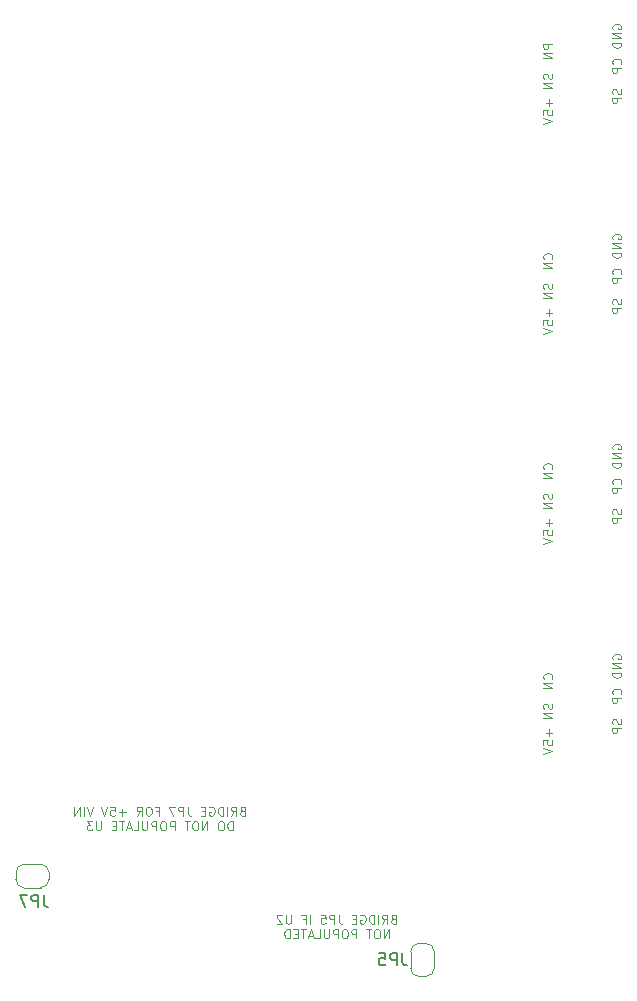
<source format=gbr>
G04 #@! TF.GenerationSoftware,KiCad,Pcbnew,5.0.2-bee76a0~70~ubuntu18.04.1*
G04 #@! TF.CreationDate,2019-06-21T08:31:23-07:00*
G04 #@! TF.ProjectId,aa-daughterboard-lvds,61612d64-6175-4676-9874-6572626f6172,rev?*
G04 #@! TF.SameCoordinates,Original*
G04 #@! TF.FileFunction,Legend,Bot*
G04 #@! TF.FilePolarity,Positive*
%FSLAX46Y46*%
G04 Gerber Fmt 4.6, Leading zero omitted, Abs format (unit mm)*
G04 Created by KiCad (PCBNEW 5.0.2-bee76a0~70~ubuntu18.04.1) date Fri 21 Jun 2019 08:31:23 AM PDT*
%MOMM*%
%LPD*%
G01*
G04 APERTURE LIST*
%ADD10C,0.101600*%
%ADD11C,0.120000*%
%ADD12C,0.150000*%
G04 APERTURE END LIST*
D10*
X210366428Y-66711285D02*
X210402714Y-66820142D01*
X210402714Y-67001571D01*
X210366428Y-67074142D01*
X210330142Y-67110428D01*
X210257571Y-67146714D01*
X210185000Y-67146714D01*
X210112428Y-67110428D01*
X210076142Y-67074142D01*
X210039857Y-67001571D01*
X210003571Y-66856428D01*
X209967285Y-66783857D01*
X209931000Y-66747571D01*
X209858428Y-66711285D01*
X209785857Y-66711285D01*
X209713285Y-66747571D01*
X209677000Y-66783857D01*
X209640714Y-66856428D01*
X209640714Y-67037857D01*
X209677000Y-67146714D01*
X210402714Y-67473285D02*
X209640714Y-67473285D01*
X209640714Y-67763571D01*
X209677000Y-67836142D01*
X209713285Y-67872428D01*
X209785857Y-67908714D01*
X209894714Y-67908714D01*
X209967285Y-67872428D01*
X210003571Y-67836142D01*
X210039857Y-67763571D01*
X210039857Y-67473285D01*
X204560714Y-62901285D02*
X203798714Y-62901285D01*
X203798714Y-63191571D01*
X203835000Y-63264142D01*
X203871285Y-63300428D01*
X203943857Y-63336714D01*
X204052714Y-63336714D01*
X204125285Y-63300428D01*
X204161571Y-63264142D01*
X204197857Y-63191571D01*
X204197857Y-62901285D01*
X204560714Y-63663285D02*
X203798714Y-63663285D01*
X204560714Y-64098714D01*
X203798714Y-64098714D01*
X204270428Y-67600285D02*
X204270428Y-68180857D01*
X204560714Y-67890571D02*
X203980142Y-67890571D01*
X203798714Y-68906571D02*
X203798714Y-68543714D01*
X204161571Y-68507428D01*
X204125285Y-68543714D01*
X204089000Y-68616285D01*
X204089000Y-68797714D01*
X204125285Y-68870285D01*
X204161571Y-68906571D01*
X204234142Y-68942857D01*
X204415571Y-68942857D01*
X204488142Y-68906571D01*
X204524428Y-68870285D01*
X204560714Y-68797714D01*
X204560714Y-68616285D01*
X204524428Y-68543714D01*
X204488142Y-68507428D01*
X203798714Y-69160571D02*
X204560714Y-69414571D01*
X203798714Y-69668571D01*
X204524428Y-65423142D02*
X204560714Y-65532000D01*
X204560714Y-65713428D01*
X204524428Y-65786000D01*
X204488142Y-65822285D01*
X204415571Y-65858571D01*
X204343000Y-65858571D01*
X204270428Y-65822285D01*
X204234142Y-65786000D01*
X204197857Y-65713428D01*
X204161571Y-65568285D01*
X204125285Y-65495714D01*
X204089000Y-65459428D01*
X204016428Y-65423142D01*
X203943857Y-65423142D01*
X203871285Y-65459428D01*
X203835000Y-65495714D01*
X203798714Y-65568285D01*
X203798714Y-65749714D01*
X203835000Y-65858571D01*
X204560714Y-66185142D02*
X203798714Y-66185142D01*
X204560714Y-66620571D01*
X203798714Y-66620571D01*
X210330142Y-64624857D02*
X210366428Y-64588571D01*
X210402714Y-64479714D01*
X210402714Y-64407142D01*
X210366428Y-64298285D01*
X210293857Y-64225714D01*
X210221285Y-64189428D01*
X210076142Y-64153142D01*
X209967285Y-64153142D01*
X209822142Y-64189428D01*
X209749571Y-64225714D01*
X209677000Y-64298285D01*
X209640714Y-64407142D01*
X209640714Y-64479714D01*
X209677000Y-64588571D01*
X209713285Y-64624857D01*
X210402714Y-64951428D02*
X209640714Y-64951428D01*
X209640714Y-65241714D01*
X209677000Y-65314285D01*
X209713285Y-65350571D01*
X209785857Y-65386857D01*
X209894714Y-65386857D01*
X209967285Y-65350571D01*
X210003571Y-65314285D01*
X210039857Y-65241714D01*
X210039857Y-64951428D01*
X209677000Y-61649428D02*
X209640714Y-61576857D01*
X209640714Y-61468000D01*
X209677000Y-61359142D01*
X209749571Y-61286571D01*
X209822142Y-61250285D01*
X209967285Y-61214000D01*
X210076142Y-61214000D01*
X210221285Y-61250285D01*
X210293857Y-61286571D01*
X210366428Y-61359142D01*
X210402714Y-61468000D01*
X210402714Y-61540571D01*
X210366428Y-61649428D01*
X210330142Y-61685714D01*
X210076142Y-61685714D01*
X210076142Y-61540571D01*
X210402714Y-62012285D02*
X209640714Y-62012285D01*
X210402714Y-62447714D01*
X209640714Y-62447714D01*
X210402714Y-62810571D02*
X209640714Y-62810571D01*
X209640714Y-62992000D01*
X209677000Y-63100857D01*
X209749571Y-63173428D01*
X209822142Y-63209714D01*
X209967285Y-63246000D01*
X210076142Y-63246000D01*
X210221285Y-63209714D01*
X210293857Y-63173428D01*
X210366428Y-63100857D01*
X210402714Y-62992000D01*
X210402714Y-62810571D01*
X210330142Y-82404857D02*
X210366428Y-82368571D01*
X210402714Y-82259714D01*
X210402714Y-82187142D01*
X210366428Y-82078285D01*
X210293857Y-82005714D01*
X210221285Y-81969428D01*
X210076142Y-81933142D01*
X209967285Y-81933142D01*
X209822142Y-81969428D01*
X209749571Y-82005714D01*
X209677000Y-82078285D01*
X209640714Y-82187142D01*
X209640714Y-82259714D01*
X209677000Y-82368571D01*
X209713285Y-82404857D01*
X210402714Y-82731428D02*
X209640714Y-82731428D01*
X209640714Y-83021714D01*
X209677000Y-83094285D01*
X209713285Y-83130571D01*
X209785857Y-83166857D01*
X209894714Y-83166857D01*
X209967285Y-83130571D01*
X210003571Y-83094285D01*
X210039857Y-83021714D01*
X210039857Y-82731428D01*
X210366428Y-84491285D02*
X210402714Y-84600142D01*
X210402714Y-84781571D01*
X210366428Y-84854142D01*
X210330142Y-84890428D01*
X210257571Y-84926714D01*
X210185000Y-84926714D01*
X210112428Y-84890428D01*
X210076142Y-84854142D01*
X210039857Y-84781571D01*
X210003571Y-84636428D01*
X209967285Y-84563857D01*
X209931000Y-84527571D01*
X209858428Y-84491285D01*
X209785857Y-84491285D01*
X209713285Y-84527571D01*
X209677000Y-84563857D01*
X209640714Y-84636428D01*
X209640714Y-84817857D01*
X209677000Y-84926714D01*
X210402714Y-85253285D02*
X209640714Y-85253285D01*
X209640714Y-85543571D01*
X209677000Y-85616142D01*
X209713285Y-85652428D01*
X209785857Y-85688714D01*
X209894714Y-85688714D01*
X209967285Y-85652428D01*
X210003571Y-85616142D01*
X210039857Y-85543571D01*
X210039857Y-85253285D01*
X204488142Y-81116714D02*
X204524428Y-81080428D01*
X204560714Y-80971571D01*
X204560714Y-80899000D01*
X204524428Y-80790142D01*
X204451857Y-80717571D01*
X204379285Y-80681285D01*
X204234142Y-80645000D01*
X204125285Y-80645000D01*
X203980142Y-80681285D01*
X203907571Y-80717571D01*
X203835000Y-80790142D01*
X203798714Y-80899000D01*
X203798714Y-80971571D01*
X203835000Y-81080428D01*
X203871285Y-81116714D01*
X204560714Y-81443285D02*
X203798714Y-81443285D01*
X204560714Y-81878714D01*
X203798714Y-81878714D01*
X209677000Y-79429428D02*
X209640714Y-79356857D01*
X209640714Y-79248000D01*
X209677000Y-79139142D01*
X209749571Y-79066571D01*
X209822142Y-79030285D01*
X209967285Y-78994000D01*
X210076142Y-78994000D01*
X210221285Y-79030285D01*
X210293857Y-79066571D01*
X210366428Y-79139142D01*
X210402714Y-79248000D01*
X210402714Y-79320571D01*
X210366428Y-79429428D01*
X210330142Y-79465714D01*
X210076142Y-79465714D01*
X210076142Y-79320571D01*
X210402714Y-79792285D02*
X209640714Y-79792285D01*
X210402714Y-80227714D01*
X209640714Y-80227714D01*
X210402714Y-80590571D02*
X209640714Y-80590571D01*
X209640714Y-80772000D01*
X209677000Y-80880857D01*
X209749571Y-80953428D01*
X209822142Y-80989714D01*
X209967285Y-81026000D01*
X210076142Y-81026000D01*
X210221285Y-80989714D01*
X210293857Y-80953428D01*
X210366428Y-80880857D01*
X210402714Y-80772000D01*
X210402714Y-80590571D01*
X204270428Y-85380285D02*
X204270428Y-85960857D01*
X204560714Y-85670571D02*
X203980142Y-85670571D01*
X203798714Y-86686571D02*
X203798714Y-86323714D01*
X204161571Y-86287428D01*
X204125285Y-86323714D01*
X204089000Y-86396285D01*
X204089000Y-86577714D01*
X204125285Y-86650285D01*
X204161571Y-86686571D01*
X204234142Y-86722857D01*
X204415571Y-86722857D01*
X204488142Y-86686571D01*
X204524428Y-86650285D01*
X204560714Y-86577714D01*
X204560714Y-86396285D01*
X204524428Y-86323714D01*
X204488142Y-86287428D01*
X203798714Y-86940571D02*
X204560714Y-87194571D01*
X203798714Y-87448571D01*
X204524428Y-83203142D02*
X204560714Y-83312000D01*
X204560714Y-83493428D01*
X204524428Y-83566000D01*
X204488142Y-83602285D01*
X204415571Y-83638571D01*
X204343000Y-83638571D01*
X204270428Y-83602285D01*
X204234142Y-83566000D01*
X204197857Y-83493428D01*
X204161571Y-83348285D01*
X204125285Y-83275714D01*
X204089000Y-83239428D01*
X204016428Y-83203142D01*
X203943857Y-83203142D01*
X203871285Y-83239428D01*
X203835000Y-83275714D01*
X203798714Y-83348285D01*
X203798714Y-83529714D01*
X203835000Y-83638571D01*
X204560714Y-83965142D02*
X203798714Y-83965142D01*
X204560714Y-84400571D01*
X203798714Y-84400571D01*
X204524428Y-100983142D02*
X204560714Y-101092000D01*
X204560714Y-101273428D01*
X204524428Y-101346000D01*
X204488142Y-101382285D01*
X204415571Y-101418571D01*
X204343000Y-101418571D01*
X204270428Y-101382285D01*
X204234142Y-101346000D01*
X204197857Y-101273428D01*
X204161571Y-101128285D01*
X204125285Y-101055714D01*
X204089000Y-101019428D01*
X204016428Y-100983142D01*
X203943857Y-100983142D01*
X203871285Y-101019428D01*
X203835000Y-101055714D01*
X203798714Y-101128285D01*
X203798714Y-101309714D01*
X203835000Y-101418571D01*
X204560714Y-101745142D02*
X203798714Y-101745142D01*
X204560714Y-102180571D01*
X203798714Y-102180571D01*
X210366428Y-102271285D02*
X210402714Y-102380142D01*
X210402714Y-102561571D01*
X210366428Y-102634142D01*
X210330142Y-102670428D01*
X210257571Y-102706714D01*
X210185000Y-102706714D01*
X210112428Y-102670428D01*
X210076142Y-102634142D01*
X210039857Y-102561571D01*
X210003571Y-102416428D01*
X209967285Y-102343857D01*
X209931000Y-102307571D01*
X209858428Y-102271285D01*
X209785857Y-102271285D01*
X209713285Y-102307571D01*
X209677000Y-102343857D01*
X209640714Y-102416428D01*
X209640714Y-102597857D01*
X209677000Y-102706714D01*
X210402714Y-103033285D02*
X209640714Y-103033285D01*
X209640714Y-103323571D01*
X209677000Y-103396142D01*
X209713285Y-103432428D01*
X209785857Y-103468714D01*
X209894714Y-103468714D01*
X209967285Y-103432428D01*
X210003571Y-103396142D01*
X210039857Y-103323571D01*
X210039857Y-103033285D01*
X210330142Y-100184857D02*
X210366428Y-100148571D01*
X210402714Y-100039714D01*
X210402714Y-99967142D01*
X210366428Y-99858285D01*
X210293857Y-99785714D01*
X210221285Y-99749428D01*
X210076142Y-99713142D01*
X209967285Y-99713142D01*
X209822142Y-99749428D01*
X209749571Y-99785714D01*
X209677000Y-99858285D01*
X209640714Y-99967142D01*
X209640714Y-100039714D01*
X209677000Y-100148571D01*
X209713285Y-100184857D01*
X210402714Y-100511428D02*
X209640714Y-100511428D01*
X209640714Y-100801714D01*
X209677000Y-100874285D01*
X209713285Y-100910571D01*
X209785857Y-100946857D01*
X209894714Y-100946857D01*
X209967285Y-100910571D01*
X210003571Y-100874285D01*
X210039857Y-100801714D01*
X210039857Y-100511428D01*
X209677000Y-97209428D02*
X209640714Y-97136857D01*
X209640714Y-97028000D01*
X209677000Y-96919142D01*
X209749571Y-96846571D01*
X209822142Y-96810285D01*
X209967285Y-96774000D01*
X210076142Y-96774000D01*
X210221285Y-96810285D01*
X210293857Y-96846571D01*
X210366428Y-96919142D01*
X210402714Y-97028000D01*
X210402714Y-97100571D01*
X210366428Y-97209428D01*
X210330142Y-97245714D01*
X210076142Y-97245714D01*
X210076142Y-97100571D01*
X210402714Y-97572285D02*
X209640714Y-97572285D01*
X210402714Y-98007714D01*
X209640714Y-98007714D01*
X210402714Y-98370571D02*
X209640714Y-98370571D01*
X209640714Y-98552000D01*
X209677000Y-98660857D01*
X209749571Y-98733428D01*
X209822142Y-98769714D01*
X209967285Y-98806000D01*
X210076142Y-98806000D01*
X210221285Y-98769714D01*
X210293857Y-98733428D01*
X210366428Y-98660857D01*
X210402714Y-98552000D01*
X210402714Y-98370571D01*
X204270428Y-103160285D02*
X204270428Y-103740857D01*
X204560714Y-103450571D02*
X203980142Y-103450571D01*
X203798714Y-104466571D02*
X203798714Y-104103714D01*
X204161571Y-104067428D01*
X204125285Y-104103714D01*
X204089000Y-104176285D01*
X204089000Y-104357714D01*
X204125285Y-104430285D01*
X204161571Y-104466571D01*
X204234142Y-104502857D01*
X204415571Y-104502857D01*
X204488142Y-104466571D01*
X204524428Y-104430285D01*
X204560714Y-104357714D01*
X204560714Y-104176285D01*
X204524428Y-104103714D01*
X204488142Y-104067428D01*
X203798714Y-104720571D02*
X204560714Y-104974571D01*
X203798714Y-105228571D01*
X204488142Y-98896714D02*
X204524428Y-98860428D01*
X204560714Y-98751571D01*
X204560714Y-98679000D01*
X204524428Y-98570142D01*
X204451857Y-98497571D01*
X204379285Y-98461285D01*
X204234142Y-98425000D01*
X204125285Y-98425000D01*
X203980142Y-98461285D01*
X203907571Y-98497571D01*
X203835000Y-98570142D01*
X203798714Y-98679000D01*
X203798714Y-98751571D01*
X203835000Y-98860428D01*
X203871285Y-98896714D01*
X204560714Y-99223285D02*
X203798714Y-99223285D01*
X204560714Y-99658714D01*
X203798714Y-99658714D01*
X204488142Y-116676714D02*
X204524428Y-116640428D01*
X204560714Y-116531571D01*
X204560714Y-116459000D01*
X204524428Y-116350142D01*
X204451857Y-116277571D01*
X204379285Y-116241285D01*
X204234142Y-116205000D01*
X204125285Y-116205000D01*
X203980142Y-116241285D01*
X203907571Y-116277571D01*
X203835000Y-116350142D01*
X203798714Y-116459000D01*
X203798714Y-116531571D01*
X203835000Y-116640428D01*
X203871285Y-116676714D01*
X204560714Y-117003285D02*
X203798714Y-117003285D01*
X204560714Y-117438714D01*
X203798714Y-117438714D01*
X204524428Y-118763142D02*
X204560714Y-118872000D01*
X204560714Y-119053428D01*
X204524428Y-119126000D01*
X204488142Y-119162285D01*
X204415571Y-119198571D01*
X204343000Y-119198571D01*
X204270428Y-119162285D01*
X204234142Y-119126000D01*
X204197857Y-119053428D01*
X204161571Y-118908285D01*
X204125285Y-118835714D01*
X204089000Y-118799428D01*
X204016428Y-118763142D01*
X203943857Y-118763142D01*
X203871285Y-118799428D01*
X203835000Y-118835714D01*
X203798714Y-118908285D01*
X203798714Y-119089714D01*
X203835000Y-119198571D01*
X204560714Y-119525142D02*
X203798714Y-119525142D01*
X204560714Y-119960571D01*
X203798714Y-119960571D01*
X204270428Y-120940285D02*
X204270428Y-121520857D01*
X204560714Y-121230571D02*
X203980142Y-121230571D01*
X203798714Y-122246571D02*
X203798714Y-121883714D01*
X204161571Y-121847428D01*
X204125285Y-121883714D01*
X204089000Y-121956285D01*
X204089000Y-122137714D01*
X204125285Y-122210285D01*
X204161571Y-122246571D01*
X204234142Y-122282857D01*
X204415571Y-122282857D01*
X204488142Y-122246571D01*
X204524428Y-122210285D01*
X204560714Y-122137714D01*
X204560714Y-121956285D01*
X204524428Y-121883714D01*
X204488142Y-121847428D01*
X203798714Y-122500571D02*
X204560714Y-122754571D01*
X203798714Y-123008571D01*
X209677000Y-114989428D02*
X209640714Y-114916857D01*
X209640714Y-114808000D01*
X209677000Y-114699142D01*
X209749571Y-114626571D01*
X209822142Y-114590285D01*
X209967285Y-114554000D01*
X210076142Y-114554000D01*
X210221285Y-114590285D01*
X210293857Y-114626571D01*
X210366428Y-114699142D01*
X210402714Y-114808000D01*
X210402714Y-114880571D01*
X210366428Y-114989428D01*
X210330142Y-115025714D01*
X210076142Y-115025714D01*
X210076142Y-114880571D01*
X210402714Y-115352285D02*
X209640714Y-115352285D01*
X210402714Y-115787714D01*
X209640714Y-115787714D01*
X210402714Y-116150571D02*
X209640714Y-116150571D01*
X209640714Y-116332000D01*
X209677000Y-116440857D01*
X209749571Y-116513428D01*
X209822142Y-116549714D01*
X209967285Y-116586000D01*
X210076142Y-116586000D01*
X210221285Y-116549714D01*
X210293857Y-116513428D01*
X210366428Y-116440857D01*
X210402714Y-116332000D01*
X210402714Y-116150571D01*
X210330142Y-117964857D02*
X210366428Y-117928571D01*
X210402714Y-117819714D01*
X210402714Y-117747142D01*
X210366428Y-117638285D01*
X210293857Y-117565714D01*
X210221285Y-117529428D01*
X210076142Y-117493142D01*
X209967285Y-117493142D01*
X209822142Y-117529428D01*
X209749571Y-117565714D01*
X209677000Y-117638285D01*
X209640714Y-117747142D01*
X209640714Y-117819714D01*
X209677000Y-117928571D01*
X209713285Y-117964857D01*
X210402714Y-118291428D02*
X209640714Y-118291428D01*
X209640714Y-118581714D01*
X209677000Y-118654285D01*
X209713285Y-118690571D01*
X209785857Y-118726857D01*
X209894714Y-118726857D01*
X209967285Y-118690571D01*
X210003571Y-118654285D01*
X210039857Y-118581714D01*
X210039857Y-118291428D01*
X210366428Y-120051285D02*
X210402714Y-120160142D01*
X210402714Y-120341571D01*
X210366428Y-120414142D01*
X210330142Y-120450428D01*
X210257571Y-120486714D01*
X210185000Y-120486714D01*
X210112428Y-120450428D01*
X210076142Y-120414142D01*
X210039857Y-120341571D01*
X210003571Y-120196428D01*
X209967285Y-120123857D01*
X209931000Y-120087571D01*
X209858428Y-120051285D01*
X209785857Y-120051285D01*
X209713285Y-120087571D01*
X209677000Y-120123857D01*
X209640714Y-120196428D01*
X209640714Y-120377857D01*
X209677000Y-120486714D01*
X210402714Y-120813285D02*
X209640714Y-120813285D01*
X209640714Y-121103571D01*
X209677000Y-121176142D01*
X209713285Y-121212428D01*
X209785857Y-121248714D01*
X209894714Y-121248714D01*
X209967285Y-121212428D01*
X210003571Y-121176142D01*
X210039857Y-121103571D01*
X210039857Y-120813285D01*
X191098714Y-136991271D02*
X190989857Y-137027557D01*
X190953571Y-137063842D01*
X190917285Y-137136414D01*
X190917285Y-137245271D01*
X190953571Y-137317842D01*
X190989857Y-137354128D01*
X191062428Y-137390414D01*
X191352714Y-137390414D01*
X191352714Y-136628414D01*
X191098714Y-136628414D01*
X191026142Y-136664700D01*
X190989857Y-136700985D01*
X190953571Y-136773557D01*
X190953571Y-136846128D01*
X190989857Y-136918700D01*
X191026142Y-136954985D01*
X191098714Y-136991271D01*
X191352714Y-136991271D01*
X190155285Y-137390414D02*
X190409285Y-137027557D01*
X190590714Y-137390414D02*
X190590714Y-136628414D01*
X190300428Y-136628414D01*
X190227857Y-136664700D01*
X190191571Y-136700985D01*
X190155285Y-136773557D01*
X190155285Y-136882414D01*
X190191571Y-136954985D01*
X190227857Y-136991271D01*
X190300428Y-137027557D01*
X190590714Y-137027557D01*
X189828714Y-137390414D02*
X189828714Y-136628414D01*
X189465857Y-137390414D02*
X189465857Y-136628414D01*
X189284428Y-136628414D01*
X189175571Y-136664700D01*
X189103000Y-136737271D01*
X189066714Y-136809842D01*
X189030428Y-136954985D01*
X189030428Y-137063842D01*
X189066714Y-137208985D01*
X189103000Y-137281557D01*
X189175571Y-137354128D01*
X189284428Y-137390414D01*
X189465857Y-137390414D01*
X188304714Y-136664700D02*
X188377285Y-136628414D01*
X188486142Y-136628414D01*
X188595000Y-136664700D01*
X188667571Y-136737271D01*
X188703857Y-136809842D01*
X188740142Y-136954985D01*
X188740142Y-137063842D01*
X188703857Y-137208985D01*
X188667571Y-137281557D01*
X188595000Y-137354128D01*
X188486142Y-137390414D01*
X188413571Y-137390414D01*
X188304714Y-137354128D01*
X188268428Y-137317842D01*
X188268428Y-137063842D01*
X188413571Y-137063842D01*
X187941857Y-136991271D02*
X187687857Y-136991271D01*
X187579000Y-137390414D02*
X187941857Y-137390414D01*
X187941857Y-136628414D01*
X187579000Y-136628414D01*
X186454142Y-136628414D02*
X186454142Y-137172700D01*
X186490428Y-137281557D01*
X186563000Y-137354128D01*
X186671857Y-137390414D01*
X186744428Y-137390414D01*
X186091285Y-137390414D02*
X186091285Y-136628414D01*
X185801000Y-136628414D01*
X185728428Y-136664700D01*
X185692142Y-136700985D01*
X185655857Y-136773557D01*
X185655857Y-136882414D01*
X185692142Y-136954985D01*
X185728428Y-136991271D01*
X185801000Y-137027557D01*
X186091285Y-137027557D01*
X184966428Y-136628414D02*
X185329285Y-136628414D01*
X185365571Y-136991271D01*
X185329285Y-136954985D01*
X185256714Y-136918700D01*
X185075285Y-136918700D01*
X185002714Y-136954985D01*
X184966428Y-136991271D01*
X184930142Y-137063842D01*
X184930142Y-137245271D01*
X184966428Y-137317842D01*
X185002714Y-137354128D01*
X185075285Y-137390414D01*
X185256714Y-137390414D01*
X185329285Y-137354128D01*
X185365571Y-137317842D01*
X184023000Y-137390414D02*
X184023000Y-136628414D01*
X183406142Y-136991271D02*
X183660142Y-136991271D01*
X183660142Y-137390414D02*
X183660142Y-136628414D01*
X183297285Y-136628414D01*
X182426428Y-136628414D02*
X182426428Y-137245271D01*
X182390142Y-137317842D01*
X182353857Y-137354128D01*
X182281285Y-137390414D01*
X182136142Y-137390414D01*
X182063571Y-137354128D01*
X182027285Y-137317842D01*
X181991000Y-137245271D01*
X181991000Y-136628414D01*
X181664428Y-136700985D02*
X181628142Y-136664700D01*
X181555571Y-136628414D01*
X181374142Y-136628414D01*
X181301571Y-136664700D01*
X181265285Y-136700985D01*
X181229000Y-136773557D01*
X181229000Y-136846128D01*
X181265285Y-136954985D01*
X181700714Y-137390414D01*
X181229000Y-137390414D01*
X190717714Y-138635014D02*
X190717714Y-137873014D01*
X190282285Y-138635014D01*
X190282285Y-137873014D01*
X189774285Y-137873014D02*
X189629142Y-137873014D01*
X189556571Y-137909300D01*
X189484000Y-137981871D01*
X189447714Y-138127014D01*
X189447714Y-138381014D01*
X189484000Y-138526157D01*
X189556571Y-138598728D01*
X189629142Y-138635014D01*
X189774285Y-138635014D01*
X189846857Y-138598728D01*
X189919428Y-138526157D01*
X189955714Y-138381014D01*
X189955714Y-138127014D01*
X189919428Y-137981871D01*
X189846857Y-137909300D01*
X189774285Y-137873014D01*
X189230000Y-137873014D02*
X188794571Y-137873014D01*
X189012285Y-138635014D02*
X189012285Y-137873014D01*
X187960000Y-138635014D02*
X187960000Y-137873014D01*
X187669714Y-137873014D01*
X187597142Y-137909300D01*
X187560857Y-137945585D01*
X187524571Y-138018157D01*
X187524571Y-138127014D01*
X187560857Y-138199585D01*
X187597142Y-138235871D01*
X187669714Y-138272157D01*
X187960000Y-138272157D01*
X187052857Y-137873014D02*
X186907714Y-137873014D01*
X186835142Y-137909300D01*
X186762571Y-137981871D01*
X186726285Y-138127014D01*
X186726285Y-138381014D01*
X186762571Y-138526157D01*
X186835142Y-138598728D01*
X186907714Y-138635014D01*
X187052857Y-138635014D01*
X187125428Y-138598728D01*
X187198000Y-138526157D01*
X187234285Y-138381014D01*
X187234285Y-138127014D01*
X187198000Y-137981871D01*
X187125428Y-137909300D01*
X187052857Y-137873014D01*
X186399714Y-138635014D02*
X186399714Y-137873014D01*
X186109428Y-137873014D01*
X186036857Y-137909300D01*
X186000571Y-137945585D01*
X185964285Y-138018157D01*
X185964285Y-138127014D01*
X186000571Y-138199585D01*
X186036857Y-138235871D01*
X186109428Y-138272157D01*
X186399714Y-138272157D01*
X185637714Y-137873014D02*
X185637714Y-138489871D01*
X185601428Y-138562442D01*
X185565142Y-138598728D01*
X185492571Y-138635014D01*
X185347428Y-138635014D01*
X185274857Y-138598728D01*
X185238571Y-138562442D01*
X185202285Y-138489871D01*
X185202285Y-137873014D01*
X184476571Y-138635014D02*
X184839428Y-138635014D01*
X184839428Y-137873014D01*
X184258857Y-138417300D02*
X183896000Y-138417300D01*
X184331428Y-138635014D02*
X184077428Y-137873014D01*
X183823428Y-138635014D01*
X183678285Y-137873014D02*
X183242857Y-137873014D01*
X183460571Y-138635014D02*
X183460571Y-137873014D01*
X182988857Y-138235871D02*
X182734857Y-138235871D01*
X182626000Y-138635014D02*
X182988857Y-138635014D01*
X182988857Y-137873014D01*
X182626000Y-137873014D01*
X182299428Y-138635014D02*
X182299428Y-137873014D01*
X182118000Y-137873014D01*
X182009142Y-137909300D01*
X181936571Y-137981871D01*
X181900285Y-138054442D01*
X181864000Y-138199585D01*
X181864000Y-138308442D01*
X181900285Y-138453585D01*
X181936571Y-138526157D01*
X182009142Y-138598728D01*
X182118000Y-138635014D01*
X182299428Y-138635014D01*
X178308000Y-127847271D02*
X178199142Y-127883557D01*
X178162857Y-127919842D01*
X178126571Y-127992414D01*
X178126571Y-128101271D01*
X178162857Y-128173842D01*
X178199142Y-128210128D01*
X178271714Y-128246414D01*
X178562000Y-128246414D01*
X178562000Y-127484414D01*
X178308000Y-127484414D01*
X178235428Y-127520700D01*
X178199142Y-127556985D01*
X178162857Y-127629557D01*
X178162857Y-127702128D01*
X178199142Y-127774700D01*
X178235428Y-127810985D01*
X178308000Y-127847271D01*
X178562000Y-127847271D01*
X177364571Y-128246414D02*
X177618571Y-127883557D01*
X177800000Y-128246414D02*
X177800000Y-127484414D01*
X177509714Y-127484414D01*
X177437142Y-127520700D01*
X177400857Y-127556985D01*
X177364571Y-127629557D01*
X177364571Y-127738414D01*
X177400857Y-127810985D01*
X177437142Y-127847271D01*
X177509714Y-127883557D01*
X177800000Y-127883557D01*
X177038000Y-128246414D02*
X177038000Y-127484414D01*
X176675142Y-128246414D02*
X176675142Y-127484414D01*
X176493714Y-127484414D01*
X176384857Y-127520700D01*
X176312285Y-127593271D01*
X176276000Y-127665842D01*
X176239714Y-127810985D01*
X176239714Y-127919842D01*
X176276000Y-128064985D01*
X176312285Y-128137557D01*
X176384857Y-128210128D01*
X176493714Y-128246414D01*
X176675142Y-128246414D01*
X175514000Y-127520700D02*
X175586571Y-127484414D01*
X175695428Y-127484414D01*
X175804285Y-127520700D01*
X175876857Y-127593271D01*
X175913142Y-127665842D01*
X175949428Y-127810985D01*
X175949428Y-127919842D01*
X175913142Y-128064985D01*
X175876857Y-128137557D01*
X175804285Y-128210128D01*
X175695428Y-128246414D01*
X175622857Y-128246414D01*
X175514000Y-128210128D01*
X175477714Y-128173842D01*
X175477714Y-127919842D01*
X175622857Y-127919842D01*
X175151142Y-127847271D02*
X174897142Y-127847271D01*
X174788285Y-128246414D02*
X175151142Y-128246414D01*
X175151142Y-127484414D01*
X174788285Y-127484414D01*
X173663428Y-127484414D02*
X173663428Y-128028700D01*
X173699714Y-128137557D01*
X173772285Y-128210128D01*
X173881142Y-128246414D01*
X173953714Y-128246414D01*
X173300571Y-128246414D02*
X173300571Y-127484414D01*
X173010285Y-127484414D01*
X172937714Y-127520700D01*
X172901428Y-127556985D01*
X172865142Y-127629557D01*
X172865142Y-127738414D01*
X172901428Y-127810985D01*
X172937714Y-127847271D01*
X173010285Y-127883557D01*
X173300571Y-127883557D01*
X172611142Y-127484414D02*
X172103142Y-127484414D01*
X172429714Y-128246414D01*
X170978285Y-127847271D02*
X171232285Y-127847271D01*
X171232285Y-128246414D02*
X171232285Y-127484414D01*
X170869428Y-127484414D01*
X170434000Y-127484414D02*
X170288857Y-127484414D01*
X170216285Y-127520700D01*
X170143714Y-127593271D01*
X170107428Y-127738414D01*
X170107428Y-127992414D01*
X170143714Y-128137557D01*
X170216285Y-128210128D01*
X170288857Y-128246414D01*
X170434000Y-128246414D01*
X170506571Y-128210128D01*
X170579142Y-128137557D01*
X170615428Y-127992414D01*
X170615428Y-127738414D01*
X170579142Y-127593271D01*
X170506571Y-127520700D01*
X170434000Y-127484414D01*
X169345428Y-128246414D02*
X169599428Y-127883557D01*
X169780857Y-128246414D02*
X169780857Y-127484414D01*
X169490571Y-127484414D01*
X169418000Y-127520700D01*
X169381714Y-127556985D01*
X169345428Y-127629557D01*
X169345428Y-127738414D01*
X169381714Y-127810985D01*
X169418000Y-127847271D01*
X169490571Y-127883557D01*
X169780857Y-127883557D01*
X168438285Y-127956128D02*
X167857714Y-127956128D01*
X168148000Y-128246414D02*
X168148000Y-127665842D01*
X167132000Y-127484414D02*
X167494857Y-127484414D01*
X167531142Y-127847271D01*
X167494857Y-127810985D01*
X167422285Y-127774700D01*
X167240857Y-127774700D01*
X167168285Y-127810985D01*
X167132000Y-127847271D01*
X167095714Y-127919842D01*
X167095714Y-128101271D01*
X167132000Y-128173842D01*
X167168285Y-128210128D01*
X167240857Y-128246414D01*
X167422285Y-128246414D01*
X167494857Y-128210128D01*
X167531142Y-128173842D01*
X166878000Y-127484414D02*
X166624000Y-128246414D01*
X166370000Y-127484414D01*
X165644285Y-127484414D02*
X165390285Y-128246414D01*
X165136285Y-127484414D01*
X164882285Y-128246414D02*
X164882285Y-127484414D01*
X164519428Y-128246414D02*
X164519428Y-127484414D01*
X164084000Y-128246414D01*
X164084000Y-127484414D01*
X177473428Y-129491014D02*
X177473428Y-128729014D01*
X177292000Y-128729014D01*
X177183142Y-128765300D01*
X177110571Y-128837871D01*
X177074285Y-128910442D01*
X177038000Y-129055585D01*
X177038000Y-129164442D01*
X177074285Y-129309585D01*
X177110571Y-129382157D01*
X177183142Y-129454728D01*
X177292000Y-129491014D01*
X177473428Y-129491014D01*
X176566285Y-128729014D02*
X176421142Y-128729014D01*
X176348571Y-128765300D01*
X176276000Y-128837871D01*
X176239714Y-128983014D01*
X176239714Y-129237014D01*
X176276000Y-129382157D01*
X176348571Y-129454728D01*
X176421142Y-129491014D01*
X176566285Y-129491014D01*
X176638857Y-129454728D01*
X176711428Y-129382157D01*
X176747714Y-129237014D01*
X176747714Y-128983014D01*
X176711428Y-128837871D01*
X176638857Y-128765300D01*
X176566285Y-128729014D01*
X175332571Y-129491014D02*
X175332571Y-128729014D01*
X174897142Y-129491014D01*
X174897142Y-128729014D01*
X174389142Y-128729014D02*
X174244000Y-128729014D01*
X174171428Y-128765300D01*
X174098857Y-128837871D01*
X174062571Y-128983014D01*
X174062571Y-129237014D01*
X174098857Y-129382157D01*
X174171428Y-129454728D01*
X174244000Y-129491014D01*
X174389142Y-129491014D01*
X174461714Y-129454728D01*
X174534285Y-129382157D01*
X174570571Y-129237014D01*
X174570571Y-128983014D01*
X174534285Y-128837871D01*
X174461714Y-128765300D01*
X174389142Y-128729014D01*
X173844857Y-128729014D02*
X173409428Y-128729014D01*
X173627142Y-129491014D02*
X173627142Y-128729014D01*
X172574857Y-129491014D02*
X172574857Y-128729014D01*
X172284571Y-128729014D01*
X172212000Y-128765300D01*
X172175714Y-128801585D01*
X172139428Y-128874157D01*
X172139428Y-128983014D01*
X172175714Y-129055585D01*
X172212000Y-129091871D01*
X172284571Y-129128157D01*
X172574857Y-129128157D01*
X171667714Y-128729014D02*
X171522571Y-128729014D01*
X171450000Y-128765300D01*
X171377428Y-128837871D01*
X171341142Y-128983014D01*
X171341142Y-129237014D01*
X171377428Y-129382157D01*
X171450000Y-129454728D01*
X171522571Y-129491014D01*
X171667714Y-129491014D01*
X171740285Y-129454728D01*
X171812857Y-129382157D01*
X171849142Y-129237014D01*
X171849142Y-128983014D01*
X171812857Y-128837871D01*
X171740285Y-128765300D01*
X171667714Y-128729014D01*
X171014571Y-129491014D02*
X171014571Y-128729014D01*
X170724285Y-128729014D01*
X170651714Y-128765300D01*
X170615428Y-128801585D01*
X170579142Y-128874157D01*
X170579142Y-128983014D01*
X170615428Y-129055585D01*
X170651714Y-129091871D01*
X170724285Y-129128157D01*
X171014571Y-129128157D01*
X170252571Y-128729014D02*
X170252571Y-129345871D01*
X170216285Y-129418442D01*
X170180000Y-129454728D01*
X170107428Y-129491014D01*
X169962285Y-129491014D01*
X169889714Y-129454728D01*
X169853428Y-129418442D01*
X169817142Y-129345871D01*
X169817142Y-128729014D01*
X169091428Y-129491014D02*
X169454285Y-129491014D01*
X169454285Y-128729014D01*
X168873714Y-129273300D02*
X168510857Y-129273300D01*
X168946285Y-129491014D02*
X168692285Y-128729014D01*
X168438285Y-129491014D01*
X168293142Y-128729014D02*
X167857714Y-128729014D01*
X168075428Y-129491014D02*
X168075428Y-128729014D01*
X167603714Y-129091871D02*
X167349714Y-129091871D01*
X167240857Y-129491014D02*
X167603714Y-129491014D01*
X167603714Y-128729014D01*
X167240857Y-128729014D01*
X166333714Y-128729014D02*
X166333714Y-129345871D01*
X166297428Y-129418442D01*
X166261142Y-129454728D01*
X166188571Y-129491014D01*
X166043428Y-129491014D01*
X165970857Y-129454728D01*
X165934571Y-129418442D01*
X165898285Y-129345871D01*
X165898285Y-128729014D01*
X165608000Y-128729014D02*
X165136285Y-128729014D01*
X165390285Y-129019300D01*
X165281428Y-129019300D01*
X165208857Y-129055585D01*
X165172571Y-129091871D01*
X165136285Y-129164442D01*
X165136285Y-129345871D01*
X165172571Y-129418442D01*
X165208857Y-129454728D01*
X165281428Y-129491014D01*
X165499142Y-129491014D01*
X165571714Y-129454728D01*
X165608000Y-129418442D01*
D11*
G04 #@! TO.C,JP7*
X159828000Y-132350000D02*
G75*
G03X159128000Y-133050000I0J-700000D01*
G01*
X159128000Y-133650000D02*
G75*
G03X159828000Y-134350000I700000J0D01*
G01*
X161228000Y-134350000D02*
G75*
G03X161928000Y-133650000I0J700000D01*
G01*
X161928000Y-133050000D02*
G75*
G03X161228000Y-132350000I-700000J0D01*
G01*
X161928000Y-133650000D02*
X161928000Y-133050000D01*
X159828000Y-134350000D02*
X161228000Y-134350000D01*
X159128000Y-133050000D02*
X159128000Y-133650000D01*
X161228000Y-132350000D02*
X159828000Y-132350000D01*
G04 #@! TO.C,JP5*
X194548000Y-141162000D02*
X194548000Y-139762000D01*
X193848000Y-139062000D02*
X193248000Y-139062000D01*
X192548000Y-139762000D02*
X192548000Y-141162000D01*
X193248000Y-141862000D02*
X193848000Y-141862000D01*
X193848000Y-141862000D02*
G75*
G03X194548000Y-141162000I0J700000D01*
G01*
X192548000Y-141162000D02*
G75*
G03X193248000Y-141862000I700000J0D01*
G01*
X193248000Y-139062000D02*
G75*
G03X192548000Y-139762000I0J-700000D01*
G01*
X194548000Y-139762000D02*
G75*
G03X193848000Y-139062000I-700000J0D01*
G01*
G04 #@! TO.C,JP7*
D12*
X161488333Y-134961380D02*
X161488333Y-135675666D01*
X161535952Y-135818523D01*
X161631190Y-135913761D01*
X161774047Y-135961380D01*
X161869285Y-135961380D01*
X161012142Y-135961380D02*
X161012142Y-134961380D01*
X160631190Y-134961380D01*
X160535952Y-135009000D01*
X160488333Y-135056619D01*
X160440714Y-135151857D01*
X160440714Y-135294714D01*
X160488333Y-135389952D01*
X160535952Y-135437571D01*
X160631190Y-135485190D01*
X161012142Y-135485190D01*
X160107380Y-134961380D02*
X159440714Y-134961380D01*
X159869285Y-135961380D01*
G04 #@! TO.C,JP5*
X191841333Y-139914380D02*
X191841333Y-140628666D01*
X191888952Y-140771523D01*
X191984190Y-140866761D01*
X192127047Y-140914380D01*
X192222285Y-140914380D01*
X191365142Y-140914380D02*
X191365142Y-139914380D01*
X190984190Y-139914380D01*
X190888952Y-139962000D01*
X190841333Y-140009619D01*
X190793714Y-140104857D01*
X190793714Y-140247714D01*
X190841333Y-140342952D01*
X190888952Y-140390571D01*
X190984190Y-140438190D01*
X191365142Y-140438190D01*
X189888952Y-139914380D02*
X190365142Y-139914380D01*
X190412761Y-140390571D01*
X190365142Y-140342952D01*
X190269904Y-140295333D01*
X190031809Y-140295333D01*
X189936571Y-140342952D01*
X189888952Y-140390571D01*
X189841333Y-140485809D01*
X189841333Y-140723904D01*
X189888952Y-140819142D01*
X189936571Y-140866761D01*
X190031809Y-140914380D01*
X190269904Y-140914380D01*
X190365142Y-140866761D01*
X190412761Y-140819142D01*
G04 #@! TD*
M02*

</source>
